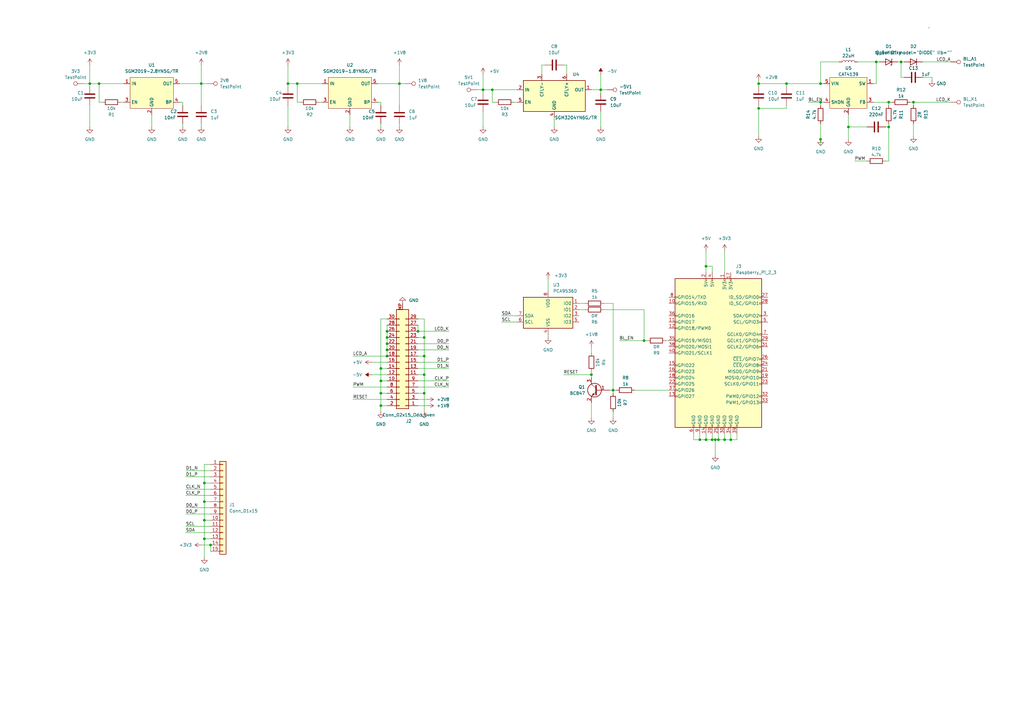
<source format=kicad_sch>
(kicad_sch (version 20230121) (generator eeschema)
  (paper "A3")
  (lib_symbols
    (symbol "Connector:Raspberry_Pi_2_3" (pin_names (offset 1.016))
      (property "Reference" "J" (at -17.78 31.75 0))
      (property "Value" "Raspberry_Pi_2_3" (at 10.16 -31.75 0))
      (symbol "Raspberry_Pi_2_3_1_1"
        (pin power_in line (at 2.54 33.02 270) (length 2.54) (name "3V3") (number "1"))
        (pin bidirectional line (at -20.32 20.32 0) (length 2.54) (name "GPIO15/RXD") (number "10"))
        (pin bidirectional line (at -20.32 12.7 0) (length 2.54) (name "GPIO17") (number "11"))
        (pin bidirectional line (at -20.32 10.16 0) (length 2.54) (name "GPIO18/PWM0") (number "12"))
        (pin bidirectional line (at -20.32 -17.78 0) (length 2.54) (name "GPIO27") (number "13"))
        (pin power_in line (at -5.08 -33.02 90) (length 2.54) (name "GND") (number "14"))
        (pin bidirectional line (at -20.32 -5.08 0) (length 2.54) (name "GPIO22") (number "15"))
        (pin bidirectional line (at -20.32 -7.62 0) (length 2.54) (name "GPIO23") (number "16"))
        (pin power_in line (at 5.08 33.02 270) (length 2.54) (name "3V3") (number "17"))
        (pin bidirectional line (at -20.32 -10.16 0) (length 2.54) (name "GPIO24") (number "18"))
        (pin bidirectional line (at 20.32 -10.16 180) (length 2.54) (name "MOSI0/GPIO10") (number "19"))
        (pin power_in line (at -5.08 33.02 270) (length 2.54) (name "5V") (number "2"))
        (pin power_in line (at -2.54 -33.02 90) (length 2.54) (name "GND") (number "20"))
        (pin bidirectional line (at 20.32 -7.62 180) (length 2.54) (name "MISO0/GPIO9") (number "21"))
        (pin bidirectional line (at -20.32 -12.7 0) (length 2.54) (name "GPIO25") (number "22"))
        (pin bidirectional line (at 20.32 -12.7 180) (length 2.54) (name "SCLK0/GPIO11") (number "23"))
        (pin bidirectional line (at 20.32 -5.08 180) (length 2.54) (name "~{CE0}/GPIO8") (number "24"))
        (pin power_in line (at 0 -33.02 90) (length 2.54) (name "GND") (number "25"))
        (pin bidirectional line (at 20.32 -2.54 180) (length 2.54) (name "~{CE1}/GPIO7") (number "26"))
        (pin bidirectional line (at 20.32 22.86 180) (length 2.54) (name "ID_SD/GPIO0") (number "27"))
        (pin bidirectional line (at 20.32 20.32 180) (length 2.54) (name "ID_SC/GPIO1") (number "28"))
        (pin bidirectional line (at 20.32 5.08 180) (length 2.54) (name "GCLK1/GPIO5") (number "29"))
        (pin bidirectional line (at 20.32 15.24 180) (length 2.54) (name "SDA/GPIO2") (number "3"))
        (pin power_in line (at 2.54 -33.02 90) (length 2.54) (name "GND") (number "30"))
        (pin bidirectional line (at 20.32 2.54 180) (length 2.54) (name "GCLK2/GPIO6") (number "31"))
        (pin bidirectional line (at 20.32 -17.78 180) (length 2.54) (name "PWM0/GPIO12") (number "32"))
        (pin bidirectional line (at 20.32 -20.32 180) (length 2.54) (name "PWM1/GPIO13") (number "33"))
        (pin power_in line (at 5.08 -33.02 90) (length 2.54) (name "GND") (number "34"))
        (pin bidirectional line (at -20.32 5.08 0) (length 2.54) (name "GPIO19/MISO1") (number "35"))
        (pin bidirectional line (at -20.32 15.24 0) (length 2.54) (name "GPIO16") (number "36"))
        (pin bidirectional line (at -20.32 -15.24 0) (length 2.54) (name "GPIO26") (number "37"))
        (pin bidirectional line (at -20.32 2.54 0) (length 2.54) (name "GPIO20/MOSI1") (number "38"))
        (pin power_in line (at 7.62 -33.02 90) (length 2.54) (name "GND") (number "39"))
        (pin power_in line (at -2.54 33.02 270) (length 2.54) (name "5V") (number "4"))
        (pin bidirectional line (at -20.32 0 0) (length 2.54) (name "GPIO21/SCLK1") (number "40"))
        (pin bidirectional line (at 20.32 12.7 180) (length 2.54) (name "SCL/GPIO3") (number "5"))
        (pin power_in line (at -10.16 -33.02 90) (length 2.54) (name "GND") (number "6"))
        (pin bidirectional line (at 20.32 7.62 180) (length 2.54) (name "GCLK0/GPIO4") (number "7"))
        (pin bidirectional line (at -20.32 22.86 0) (length 2.54) (name "GPIO14/TXD") (number "8"))
        (pin power_in line (at -7.62 -33.02 90) (length 2.54) (name "GND") (number "9"))
      )
    )
    (symbol "Connector:TestPoint" (pin_numbers hide) (pin_names (offset 0.762) hide)
      (property "Reference" "TP" (at 0 6.858 0))
      (property "Value" "TestPoint" (at 0 5.08 0))
      (symbol "TestPoint_1_1"
        (pin passive line (at 0 0 90) (length 2.54) (name "1") (number "1"))
      )
    )
    (symbol "Connector_Generic:Conn_01x15" (pin_names (offset 1.016) hide)
      (property "Reference" "J" (at 0 20.32 0))
      (property "Value" "Conn_01x15" (at 0 -20.32 0))
      (symbol "Conn_01x15_1_1"
        (pin passive line (at -5.08 17.78 0) (length 3.81) (name "Pin_1") (number "1"))
        (pin passive line (at -5.08 -5.08 0) (length 3.81) (name "Pin_10") (number "10"))
        (pin passive line (at -5.08 -7.62 0) (length 3.81) (name "Pin_11") (number "11"))
        (pin passive line (at -5.08 -10.16 0) (length 3.81) (name "Pin_12") (number "12"))
        (pin passive line (at -5.08 -12.7 0) (length 3.81) (name "Pin_13") (number "13"))
        (pin passive line (at -5.08 -15.24 0) (length 3.81) (name "Pin_14") (number "14"))
        (pin passive line (at -5.08 -17.78 0) (length 3.81) (name "Pin_15") (number "15"))
        (pin passive line (at -5.08 15.24 0) (length 3.81) (name "Pin_2") (number "2"))
        (pin passive line (at -5.08 12.7 0) (length 3.81) (name "Pin_3") (number "3"))
        (pin passive line (at -5.08 10.16 0) (length 3.81) (name "Pin_4") (number "4"))
        (pin passive line (at -5.08 7.62 0) (length 3.81) (name "Pin_5") (number "5"))
        (pin passive line (at -5.08 5.08 0) (length 3.81) (name "Pin_6") (number "6"))
        (pin passive line (at -5.08 2.54 0) (length 3.81) (name "Pin_7") (number "7"))
        (pin passive line (at -5.08 0 0) (length 3.81) (name "Pin_8") (number "8"))
        (pin passive line (at -5.08 -2.54 0) (length 3.81) (name "Pin_9") (number "9"))
      )
    )
    (symbol "Connector_Generic:Conn_02x15_Odd_Even" (pin_names (offset 1.016) hide)
      (property "Reference" "J2" (at -1.27 24.13 0))
      (property "Value" "Conn_02x15_Odd_Even" (at -1.27 21.59 0))
      (symbol "Conn_02x15_Odd_Even_1_1"
        (pin passive line (at -5.08 17.78 0) (length 3.81) (name "Pin_1") (number "1"))
        (pin passive line (at 7.62 7.62 180) (length 3.81) (name "Pin_10") (number "10"))
        (pin passive line (at -5.08 5.08 0) (length 3.81) (name "Pin_11") (number "11"))
        (pin passive line (at 7.62 5.08 180) (length 3.81) (name "Pin_12") (number "12"))
        (pin passive line (at -5.08 2.54 0) (length 3.81) (name "Pin_13") (number "13"))
        (pin passive line (at 7.62 2.54 180) (length 3.81) (name "Pin_14") (number "14"))
        (pin passive line (at -5.08 0 0) (length 3.81) (name "Pin_15") (number "15"))
        (pin passive line (at 7.62 0 180) (length 3.81) (name "Pin_16") (number "16"))
        (pin passive line (at -5.08 -2.54 0) (length 3.81) (name "Pin_17") (number "17"))
        (pin passive line (at 7.62 -2.54 180) (length 3.81) (name "Pin_18") (number "18"))
        (pin passive line (at -5.08 -5.08 0) (length 3.81) (name "Pin_19") (number "19"))
        (pin passive line (at 7.62 17.78 180) (length 3.81) (name "Pin_2") (number "2"))
        (pin passive line (at 7.62 -5.08 180) (length 3.81) (name "Pin_20") (number "20"))
        (pin passive line (at -5.08 -7.62 0) (length 3.81) (name "Pin_21") (number "21"))
        (pin passive line (at 7.62 -7.62 180) (length 3.81) (name "Pin_22") (number "22"))
        (pin passive line (at -5.08 -10.16 0) (length 3.81) (name "Pin_23") (number "23"))
        (pin passive line (at 7.62 -10.16 180) (length 3.81) (name "Pin_24") (number "24"))
        (pin passive line (at -5.08 -12.7 0) (length 3.81) (name "Pin_25") (number "25"))
        (pin passive line (at 7.62 -12.7 180) (length 3.81) (name "Pin_26") (number "26"))
        (pin passive line (at -5.08 -15.24 0) (length 3.81) (name "Pin_27") (number "27"))
        (pin passive line (at 7.62 -15.24 180) (length 3.81) (name "Pin_28") (number "28"))
        (pin passive line (at -5.08 -17.78 0) (length 3.81) (name "Pin_29") (number "29"))
        (pin passive line (at -5.08 15.24 0) (length 3.81) (name "Pin_3") (number "3"))
        (pin passive line (at 7.62 -17.78 180) (length 3.81) (name "Pin_30") (number "30"))
        (pin passive line (at 7.62 15.24 180) (length 3.81) (name "Pin_4") (number "4"))
        (pin passive line (at -5.08 12.7 0) (length 3.81) (name "Pin_5") (number "5"))
        (pin passive line (at 7.62 12.7 180) (length 3.81) (name "Pin_6") (number "6"))
        (pin passive line (at -5.08 10.16 0) (length 3.81) (name "Pin_7") (number "7"))
        (pin passive line (at 7.62 10.16 180) (length 3.81) (name "Pin_8") (number "8"))
        (pin passive line (at -5.08 7.62 0) (length 3.81) (name "Pin_9") (number "9"))
        (pin input line (at 1.27 -24.13 90) (length 2.54) (name "MP") (number "MP"))
      )
    )
    (symbol "Device:C" (pin_numbers hide) (pin_names (offset 0.254))
      (property "Reference" "C" (at 0.635 2.54 0))
      (property "Value" "C" (at 0.635 -2.54 0))
      (symbol "C_1_1"
        (pin passive line (at 0 3.81 270) (length 2.794) (name "~") (number "1"))
        (pin passive line (at 0 -3.81 90) (length 2.794) (name "~") (number "2"))
      )
    )
    (symbol "Device:D_Zener" (pin_numbers hide) (pin_names (offset 1.016) hide)
      (property "Reference" "D" (at 0 2.54 0))
      (property "Value" "D_Zener" (at 0 -2.54 0))
      (symbol "D_Zener_1_1"
        (pin passive line (at -3.81 0 0) (length 2.54) (name "K") (number "1"))
        (pin passive line (at 3.81 0 180) (length 2.54) (name "A") (number "2"))
      )
    )
    (symbol "Device:L" (pin_numbers hide) (pin_names (offset 1.016) hide)
      (property "Reference" "L" (at -1.27 0 90))
      (property "Value" "L" (at 1.905 0 90))
      (symbol "L_1_1"
        (pin passive line (at 0 3.81 270) (length 1.27) (name "1") (number "1"))
        (pin passive line (at 0 -3.81 90) (length 1.27) (name "2") (number "2"))
      )
    )
    (symbol "Device:R" (pin_numbers hide) (pin_names (offset 0))
      (property "Reference" "R" (at 2.032 0 90))
      (property "Value" "R" (at 0 0 90))
      (symbol "R_1_1"
        (pin passive line (at 0 3.81 270) (length 1.27) (name "~") (number "1"))
        (pin passive line (at 0 -3.81 90) (length 1.27) (name "~") (number "2"))
      )
    )
    (symbol "Interface_Expansion:PCA9536D"
      (property "Reference" "U" (at -8.89 6.35 0))
      (property "Value" "PCA9536D" (at 6.35 6.35 0))
      (symbol "PCA9536D_1_1"
        (pin bidirectional line (at 12.7 2.54 180) (length 2.54) (name "IO0") (number "1"))
        (pin bidirectional line (at 12.7 0 180) (length 2.54) (name "IO1") (number "2"))
        (pin bidirectional line (at 12.7 -2.54 180) (length 2.54) (name "IO2") (number "3"))
        (pin power_in line (at 0 -10.16 90) (length 2.54) (name "VSS") (number "4"))
        (pin bidirectional line (at 12.7 -5.08 180) (length 2.54) (name "IO3") (number "5"))
        (pin input line (at -12.7 -5.08 0) (length 2.54) (name "SCL") (number "6"))
        (pin bidirectional line (at -12.7 -2.54 0) (length 2.54) (name "SDA") (number "7"))
        (pin power_in line (at 0 7.62 270) (length 2.54) (name "VDD") (number "8"))
      )
    )
    (symbol "Simulation_SPICE:DIODE" (pin_numbers hide) (pin_names (offset 1.016) hide)
      (property "Reference" "D" (at 0 2.54 0))
      (property "Value" "DIODE" (at 0 -2.54 0))
      (symbol "DIODE_1_1"
        (pin passive line (at -3.81 0 0) (length 2.54) (name "A") (number "1"))
        (pin passive line (at 3.81 0 180) (length 2.54) (name "K") (number "2"))
      )
    )
    (symbol "Transistor_BJT:BC847" (pin_names (offset 0) hide)
      (property "Reference" "Q" (at 5.08 1.905 0))
      (property "Value" "BC847" (at 5.08 0 0))
      (symbol "BC847_1_1"
        (pin input line (at -5.08 0 0) (length 5.715) (name "B") (number "1"))
        (pin passive line (at 2.54 -5.08 90) (length 2.54) (name "E") (number "2"))
        (pin passive line (at 2.54 5.08 270) (length 2.54) (name "C") (number "3"))
      )
    )
    (symbol "power:+1V8" (power) (pin_names (offset 0))
      (property "Value" "+1V8" (at 0 3.556 0))
      (symbol "+1V8_1_1"
        (pin power_in line (at 0 0 90) (length 0) hide (name "+1V8") (number "1"))
      )
    )
    (symbol "power:+2V8" (power) (pin_names (offset 0))
      (property "Value" "+2V8" (at 0 3.556 0))
      (symbol "+2V8_1_1"
        (pin power_in line (at 0 0 90) (length 0) hide (name "+2V8") (number "1"))
      )
    )
    (symbol "power:+3.3V" (power) (pin_names (offset 0))
      (property "Value" "+3.3V" (at 0 3.556 0))
      (symbol "+3.3V_1_1"
        (pin power_in line (at 0 0 90) (length 0) hide (name "+3V3") (number "1"))
      )
    )
    (symbol "power:+3V3" (power) (pin_names (offset 0))
      (property "Value" "+3V3" (at 0 3.556 0))
      (symbol "+3V3_1_1"
        (pin power_in line (at 0 0 90) (length 0) hide (name "+3V3") (number "1"))
      )
    )
    (symbol "power:+5V" (power) (pin_names (offset 0))
      (property "Value" "+5V" (at 0 3.556 0))
      (symbol "+5V_1_1"
        (pin power_in line (at 0 0 90) (length 0) hide (name "+5V") (number "1"))
      )
    )
    (symbol "power:-5V" (power) (pin_names (offset 0))
      (property "Value" "-5V" (at 0 3.81 0))
      (symbol "-5V_0_0"
        (pin power_in line (at 0 0 90) (length 0) hide (name "-5V") (number "1"))
      )
    )
    (symbol "power:GND" (power) (pin_names (offset 0))
      (property "Value" "GND" (at 0 -3.81 0))
      (symbol "GND_1_1"
        (pin power_in line (at 0 0 270) (length 0) hide (name "GND") (number "1"))
      )
    )
    (symbol "sft:CAT4139"
      (property "Reference" "U" (at 0 0 0))
      (property "Value" "CAT4139" (at 0 -2.54 0))
      (symbol "CAT4139_1_1"
        (pin input line (at 10.16 -6.35 180) (length 2.54) (name "SW") (number "1"))
        (pin input line (at 0 -19.05 90) (length 2.54) (name "GND") (number "2"))
        (pin input line (at 10.16 -13.97 180) (length 2.54) (name "FB") (number "3"))
        (pin input line (at -10.16 -13.97 0) (length 2.54) (name "SHDN") (number "4"))
        (pin input line (at -10.16 -6.35 0) (length 2.54) (name "VIN") (number "5"))
      )
    )
    (symbol "sft:SGM2019"
      (property "Reference" "U" (at 0 2.54 0))
      (property "Value" "SGM2019" (at 1.27 0 0))
      (symbol "SGM2019_1_1"
        (pin input line (at -10.16 -3.81 0) (length 2.54) (name "IN") (number "1"))
        (pin input line (at 1.27 -16.51 90) (length 2.54) (name "GND") (number "2"))
        (pin input line (at -10.16 -11.43 0) (length 2.54) (name "EN") (number "3"))
        (pin input line (at 12.7 -11.43 180) (length 2.54) (name "BP") (number "4"))
        (pin input line (at 12.7 -3.81 180) (length 2.54) (name "OUT") (number "5"))
      )
    )
    (symbol "sft:SGM3204"
      (property "Reference" "U" (at -12.7 -7.62 0))
      (property "Value" "SGM3204" (at 12.7 -7.62 0))
      (symbol "SGM3204_0_0"
        (pin power_out line (at 15.24 2.54 180) (length 2.54) (name "OUT") (number "1"))
        (pin power_in line (at -15.24 2.54 0) (length 2.54) (name "IN") (number "2"))
        (pin bidirectional line (at -5.08 8.89 270) (length 2.54) (name "CFLY-") (number "3"))
        (pin power_in line (at 0 -8.89 90) (length 2.54) (name "GND") (number "4"))
        (pin input line (at -15.24 -2.54 0) (length 2.54) (name "EN") (number "5"))
        (pin bidirectional line (at 5.08 8.89 270) (length 2.54) (name "CFLY+") (number "6"))
      )
    )
  )
  (junction (at 294.64 180.34))
  (junction (at 158.75 135.89))
  (junction (at 322.58 34.29))
  (junction (at 86.36 223.52))
  (junction (at 173.99 153.67))
  (junction (at 198.12 36.83))
  (junction (at 121.92 34.29))
  (junction (at 156.21 151.13))
  (junction (at 171.45 135.89))
  (junction (at 246.38 36.83))
  (junction (at 287.02 180.34))
  (junction (at 156.21 166.37))
  (junction (at 374.65 41.91))
  (junction (at 336.55 41.91))
  (junction (at 158.75 140.97))
  (junction (at 156.21 161.29))
  (junction (at 292.1 180.34))
  (junction (at 347.98 52.07))
  (junction (at 364.49 52.07))
  (junction (at 264.16 139.7))
  (junction (at 336.55 57.15))
  (junction (at 173.99 138.43))
  (junction (at 36.83 34.29))
  (junction (at 40.64 34.29))
  (junction (at 82.55 34.29))
  (junction (at 158.75 143.51))
  (junction (at 83.82 220.98))
  (junction (at 173.99 161.29))
  (junction (at 163.83 34.29))
  (junction (at 201.93 36.83))
  (junction (at 173.99 146.05))
  (junction (at 311.15 44.45))
  (junction (at 156.21 156.21))
  (junction (at 289.56 180.34))
  (junction (at 242.57 153.67))
  (junction (at 118.11 34.29))
  (junction (at 293.37 180.34))
  (junction (at 369.57 25.4))
  (junction (at 83.82 213.36))
  (junction (at 297.18 180.34))
  (junction (at 158.75 146.05))
  (junction (at 336.55 34.29))
  (junction (at 83.82 198.12))
  (junction (at 158.75 138.43))
  (junction (at 311.15 34.29))
  (junction (at 299.72 180.34))
  (junction (at 83.82 205.74))
  (junction (at 364.49 41.91))
  (junction (at 251.46 160.02))
  (junction (at 359.41 25.4))
  (junction (at 289.56 109.22))
  (wire (pts (xy 289.56 102.87) (xy 289.56 109.22)))
  (wire (pts (xy 251.46 160.02) (xy 252.73 160.02)))
  (wire (pts (xy 83.82 198.12) (xy 86.36 198.12)))
  (wire (pts (xy 264.16 139.7) (xy 265.43 139.7)))
  (wire (pts (xy 212.09 36.83) (xy 201.93 36.83)))
  (wire (pts (xy 132.08 34.29) (xy 121.92 34.29)))
  (wire (pts (xy 40.64 41.91) (xy 41.91 41.91)))
  (wire (pts (xy 242.57 165.1) (xy 242.57 171.45)))
  (wire (pts (xy 171.45 148.59) (xy 184.15 148.59)))
  (wire (pts (xy 232.41 26.67) (xy 232.41 30.48)))
  (wire (pts (xy 156.21 130.81) (xy 156.21 151.13)))
  (wire (pts (xy 336.55 41.91) (xy 337.82 41.91)))
  (wire (pts (xy 156.21 161.29) (xy 158.75 161.29)))
  (wire (pts (xy 251.46 160.02) (xy 251.46 161.29)))
  (wire (pts (xy 364.49 52.07) (xy 364.49 66.04)))
  (wire (pts (xy 246.38 38.1) (xy 246.38 36.83)))
  (wire (pts (xy 171.45 130.81) (xy 173.99 130.81)))
  (wire (pts (xy 173.99 153.67) (xy 173.99 161.29)))
  (wire (pts (xy 82.55 34.29) (xy 82.55 43.18)))
  (wire (pts (xy 154.94 34.29) (xy 163.83 34.29)))
  (wire (pts (xy 76.2 203.2) (xy 86.36 203.2)))
  (wire (pts (xy 158.75 148.59) (xy 152.4 148.59)))
  (wire (pts (xy 118.11 34.29) (xy 118.11 35.56)))
  (wire (pts (xy 198.12 36.83) (xy 198.12 38.1)))
  (wire (pts (xy 158.75 135.89) (xy 158.75 138.43)))
  (wire (pts (xy 287.02 177.8) (xy 287.02 180.34)))
  (wire (pts (xy 322.58 34.29) (xy 336.55 34.29)))
  (wire (pts (xy 344.17 25.4) (xy 336.55 25.4)))
  (wire (pts (xy 171.45 138.43) (xy 173.99 138.43)))
  (wire (pts (xy 144.78 163.83) (xy 158.75 163.83)))
  (wire (pts (xy 374.65 43.18) (xy 374.65 41.91)))
  (wire (pts (xy 158.75 166.37) (xy 156.21 166.37)))
  (wire (pts (xy 173.99 161.29) (xy 173.99 168.91)))
  (wire (pts (xy 284.48 180.34) (xy 287.02 180.34)))
  (wire (pts (xy 171.45 143.51) (xy 184.15 143.51)))
  (wire (pts (xy 76.2 215.9) (xy 86.36 215.9)))
  (wire (pts (xy 156.21 151.13) (xy 158.75 151.13)))
  (wire (pts (xy 364.49 41.91) (xy 365.76 41.91)))
  (wire (pts (xy 156.21 156.21) (xy 156.21 161.29)))
  (wire (pts (xy 311.15 34.29) (xy 322.58 34.29)))
  (wire (pts (xy 364.49 66.04) (xy 363.22 66.04)))
  (wire (pts (xy 171.45 153.67) (xy 173.99 153.67)))
  (wire (pts (xy 336.55 50.8) (xy 336.55 57.15)))
  (wire (pts (xy 293.37 180.34) (xy 294.64 180.34)))
  (wire (pts (xy 156.21 156.21) (xy 158.75 156.21)))
  (wire (pts (xy 242.57 153.67) (xy 242.57 154.94)))
  (wire (pts (xy 36.83 26.67) (xy 36.83 34.29)))
  (wire (pts (xy 369.57 31.75) (xy 370.84 31.75)))
  (wire (pts (xy 156.21 166.37) (xy 156.21 168.91)))
  (wire (pts (xy 358.14 41.91) (xy 364.49 41.91)))
  (wire (pts (xy 254 139.7) (xy 264.16 139.7)))
  (wire (pts (xy 311.15 33.02) (xy 311.15 34.29)))
  (wire (pts (xy 158.75 143.51) (xy 158.75 146.05)))
  (wire (pts (xy 224.79 114.3) (xy 224.79 119.38)))
  (wire (pts (xy 311.15 44.45) (xy 311.15 55.88)))
  (wire (pts (xy 83.82 220.98) (xy 83.82 228.6)))
  (wire (pts (xy 82.55 26.67) (xy 82.55 34.29)))
  (wire (pts (xy 201.93 41.91) (xy 201.93 36.83)))
  (wire (pts (xy 156.21 50.8) (xy 156.21 52.07)))
  (wire (pts (xy 287.02 180.34) (xy 289.56 180.34)))
  (wire (pts (xy 292.1 177.8) (xy 292.1 180.34)))
  (wire (pts (xy 163.83 50.8) (xy 163.83 52.07)))
  (wire (pts (xy 311.15 44.45) (xy 322.58 44.45)))
  (wire (pts (xy 205.74 129.54) (xy 212.09 129.54)))
  (wire (pts (xy 311.15 35.56) (xy 311.15 34.29)))
  (wire (pts (xy 121.92 41.91) (xy 123.19 41.91)))
  (wire (pts (xy 368.3 25.4) (xy 369.57 25.4)))
  (wire (pts (xy 76.2 193.04) (xy 86.36 193.04)))
  (wire (pts (xy 74.93 43.18) (xy 74.93 41.91)))
  (wire (pts (xy 374.65 50.8) (xy 374.65 55.88)))
  (wire (pts (xy 36.83 34.29) (xy 40.64 34.29)))
  (wire (pts (xy 195.58 36.83) (xy 198.12 36.83)))
  (wire (pts (xy 302.26 177.8) (xy 302.26 180.34)))
  (wire (pts (xy 173.99 130.81) (xy 173.99 138.43)))
  (wire (pts (xy 36.83 34.29) (xy 36.83 35.56)))
  (wire (pts (xy 121.92 34.29) (xy 121.92 41.91)))
  (wire (pts (xy 76.2 208.28) (xy 86.36 208.28)))
  (wire (pts (xy 156.21 43.18) (xy 156.21 41.91)))
  (wire (pts (xy 152.4 153.67) (xy 158.75 153.67)))
  (wire (pts (xy 350.52 66.04) (xy 355.6 66.04)))
  (wire (pts (xy 86.36 223.52) (xy 86.36 226.06)))
  (wire (pts (xy 374.65 41.91) (xy 389.89 41.91)))
  (wire (pts (xy 351.79 25.4) (xy 359.41 25.4)))
  (wire (pts (xy 171.45 156.21) (xy 184.15 156.21)))
  (wire (pts (xy 130.81 41.91) (xy 132.08 41.91)))
  (wire (pts (xy 173.99 138.43) (xy 173.99 146.05)))
  (wire (pts (xy 369.57 25.4) (xy 369.57 31.75)))
  (wire (pts (xy 242.57 142.24) (xy 242.57 144.78)))
  (wire (pts (xy 247.65 127) (xy 264.16 127)))
  (wire (pts (xy 359.41 34.29) (xy 359.41 25.4)))
  (wire (pts (xy 163.83 26.67) (xy 163.83 34.29)))
  (wire (pts (xy 297.18 180.34) (xy 299.72 180.34)))
  (wire (pts (xy 144.78 158.75) (xy 158.75 158.75)))
  (wire (pts (xy 311.15 43.18) (xy 311.15 44.45)))
  (wire (pts (xy 378.46 25.4) (xy 389.89 25.4)))
  (wire (pts (xy 292.1 111.76) (xy 292.1 109.22)))
  (wire (pts (xy 237.49 124.46) (xy 240.03 124.46)))
  (wire (pts (xy 198.12 45.72) (xy 198.12 52.07)))
  (wire (pts (xy 264.16 127) (xy 264.16 139.7)))
  (wire (pts (xy 364.49 52.07) (xy 363.22 52.07)))
  (wire (pts (xy 322.58 35.56) (xy 322.58 34.29)))
  (wire (pts (xy 156.21 161.29) (xy 156.21 166.37)))
  (wire (pts (xy 50.8 34.29) (xy 40.64 34.29)))
  (wire (pts (xy 297.18 177.8) (xy 297.18 180.34)))
  (wire (pts (xy 251.46 124.46) (xy 251.46 160.02)))
  (wire (pts (xy 171.45 151.13) (xy 184.15 151.13)))
  (wire (pts (xy 336.55 57.15) (xy 336.55 59.69)))
  (wire (pts (xy 289.56 109.22) (xy 292.1 109.22)))
  (wire (pts (xy 82.55 34.29) (xy 85.09 34.29)))
  (wire (pts (xy 273.05 139.7) (xy 274.32 139.7)))
  (wire (pts (xy 382.27 31.75) (xy 382.27 33.02)))
  (wire (pts (xy 74.93 50.8) (xy 74.93 52.07)))
  (wire (pts (xy 205.74 132.08) (xy 212.09 132.08)))
  (wire (pts (xy 154.94 41.91) (xy 156.21 41.91)))
  (wire (pts (xy 242.57 152.4) (xy 242.57 153.67)))
  (wire (pts (xy 222.25 26.67) (xy 222.25 30.48)))
  (wire (pts (xy 246.38 45.72) (xy 246.38 52.07)))
  (wire (pts (xy 83.82 190.5) (xy 83.82 198.12)))
  (wire (pts (xy 242.57 36.83) (xy 246.38 36.83)))
  (wire (pts (xy 62.23 46.99) (xy 62.23 52.07)))
  (wire (pts (xy 359.41 25.4) (xy 360.68 25.4)))
  (wire (pts (xy 86.36 190.5) (xy 83.82 190.5)))
  (wire (pts (xy 171.45 146.05) (xy 173.99 146.05)))
  (wire (pts (xy 347.98 46.99) (xy 347.98 52.07)))
  (wire (pts (xy 173.99 146.05) (xy 173.99 153.67)))
  (wire (pts (xy 294.64 180.34) (xy 297.18 180.34)))
  (wire (pts (xy 247.65 124.46) (xy 251.46 124.46)))
  (wire (pts (xy 40.64 34.29) (xy 40.64 41.91)))
  (wire (pts (xy 289.56 109.22) (xy 289.56 111.76)))
  (wire (pts (xy 156.21 151.13) (xy 156.21 156.21)))
  (wire (pts (xy 118.11 34.29) (xy 121.92 34.29)))
  (wire (pts (xy 322.58 43.18) (xy 322.58 44.45)))
  (wire (pts (xy 76.2 200.66) (xy 86.36 200.66)))
  (wire (pts (xy 224.79 137.16) (xy 224.79 138.43)))
  (wire (pts (xy 293.37 180.34) (xy 293.37 186.69)))
  (wire (pts (xy 76.2 218.44) (xy 86.36 218.44)))
  (wire (pts (xy 246.38 30.48) (xy 246.38 36.83)))
  (wire (pts (xy 289.56 177.8) (xy 289.56 180.34)))
  (wire (pts (xy 294.64 177.8) (xy 294.64 180.34)))
  (wire (pts (xy 336.55 41.91) (xy 336.55 43.18)))
  (wire (pts (xy 158.75 133.35) (xy 158.75 135.89)))
  (wire (pts (xy 118.11 43.18) (xy 118.11 52.07)))
  (wire (pts (xy 347.98 52.07) (xy 347.98 57.15)))
  (wire (pts (xy 158.75 138.43) (xy 158.75 140.97)))
  (wire (pts (xy 83.82 213.36) (xy 83.82 220.98)))
  (wire (pts (xy 73.66 41.91) (xy 74.93 41.91)))
  (wire (pts (xy 83.82 205.74) (xy 86.36 205.74)))
  (wire (pts (xy 336.55 25.4) (xy 336.55 34.29)))
  (wire (pts (xy 364.49 41.91) (xy 364.49 43.18)))
  (wire (pts (xy 198.12 30.48) (xy 198.12 36.83)))
  (wire (pts (xy 284.48 177.8) (xy 284.48 180.34)))
  (wire (pts (xy 76.2 210.82) (xy 86.36 210.82)))
  (wire (pts (xy 171.45 158.75) (xy 184.15 158.75)))
  (wire (pts (xy 237.49 127) (xy 240.03 127)))
  (wire (pts (xy 378.46 31.75) (xy 382.27 31.75)))
  (wire (pts (xy 347.98 52.07) (xy 355.6 52.07)))
  (wire (pts (xy 143.51 46.99) (xy 143.51 52.07)))
  (wire (pts (xy 358.14 34.29) (xy 359.41 34.29)))
  (wire (pts (xy 158.75 140.97) (xy 158.75 143.51)))
  (wire (pts (xy 223.52 26.67) (xy 222.25 26.67)))
  (wire (pts (xy 76.2 195.58) (xy 86.36 195.58)))
  (wire (pts (xy 171.45 135.89) (xy 184.15 135.89)))
  (wire (pts (xy 163.83 34.29) (xy 163.83 43.18)))
  (wire (pts (xy 364.49 50.8) (xy 364.49 52.07)))
  (wire (pts (xy 171.45 133.35) (xy 171.45 135.89)))
  (wire (pts (xy 289.56 180.34) (xy 292.1 180.34)))
  (wire (pts (xy 82.55 223.52) (xy 86.36 223.52)))
  (wire (pts (xy 83.82 220.98) (xy 86.36 220.98)))
  (wire (pts (xy 171.45 166.37) (xy 175.26 166.37)))
  (wire (pts (xy 336.55 34.29) (xy 337.82 34.29)))
  (wire (pts (xy 369.57 25.4) (xy 370.84 25.4)))
  (wire (pts (xy 158.75 130.81) (xy 156.21 130.81)))
  (wire (pts (xy 251.46 168.91) (xy 251.46 171.45)))
  (wire (pts (xy 82.55 50.8) (xy 82.55 52.07)))
  (wire (pts (xy 250.19 160.02) (xy 251.46 160.02)))
  (wire (pts (xy 73.66 34.29) (xy 82.55 34.29)))
  (wire (pts (xy 231.14 153.67) (xy 242.57 153.67)))
  (wire (pts (xy 171.45 163.83) (xy 175.26 163.83)))
  (wire (pts (xy 331.47 41.91) (xy 336.55 41.91)))
  (wire (pts (xy 203.2 41.91) (xy 201.93 41.91)))
  (wire (pts (xy 49.53 41.91) (xy 50.8 41.91)))
  (wire (pts (xy 83.82 213.36) (xy 86.36 213.36)))
  (wire (pts (xy 297.18 102.87) (xy 297.18 111.76)))
  (wire (pts (xy 201.93 36.83) (xy 198.12 36.83)))
  (wire (pts (xy 163.83 34.29) (xy 166.37 34.29)))
  (wire (pts (xy 227.33 48.26) (xy 227.33 52.07)))
  (wire (pts (xy 231.14 26.67) (xy 232.41 26.67)))
  (wire (pts (xy 299.72 180.34) (xy 302.26 180.34)))
  (wire (pts (xy 83.82 205.74) (xy 83.82 213.36)))
  (wire (pts (xy 144.78 146.05) (xy 158.75 146.05)))
  (wire (pts (xy 83.82 198.12) (xy 83.82 205.74)))
  (wire (pts (xy 118.11 26.67) (xy 118.11 34.29)))
  (wire (pts (xy 210.82 41.91) (xy 212.09 41.91)))
  (wire (pts (xy 299.72 177.8) (xy 299.72 180.34)))
  (wire (pts (xy 171.45 161.29) (xy 173.99 161.29)))
  (wire (pts (xy 34.29 34.29) (xy 36.83 34.29)))
  (wire (pts (xy 292.1 180.34) (xy 293.37 180.34)))
  (wire (pts (xy 246.38 36.83) (xy 248.92 36.83)))
  (wire (pts (xy 36.83 43.18) (xy 36.83 52.07)))
  (wire (pts (xy 260.35 160.02) (xy 274.32 160.02)))
  (wire (pts (xy 373.38 41.91) (xy 374.65 41.91)))
  (wire (pts (xy 171.45 140.97) (xy 184.15 140.97)))
  (label "CLK_N" (at 184.15 158.75 180))
  (label "CLK_P" (at 76.2 203.2 0))
  (label "PWM" (at 350.52 66.04 0))
  (label "D0_N" (at 76.2 208.28 0))
  (label "RESET" (at 231.14 153.67 0))
  (label "SCL" (at 76.2 215.9 0))
  (label "LCD_K" (at 184.15 135.89 180))
  (label "SDA" (at 76.2 218.44 0))
  (label "RESET" (at 144.78 163.83 0))
  (label "D1_N" (at 184.15 151.13 180))
  (label "SDA" (at 205.74 129.54 0))
  (label "LCD_K" (at 389.89 41.91 180))
  (label "D0_P" (at 184.15 140.97 180))
  (label "SCL" (at 205.74 132.08 0))
  (label "BL_EN" (at 254 139.7 0))
  (label "D0_P" (at 76.2 210.82 0))
  (label "D0_N" (at 184.15 143.51 180))
  (label "CLK_P" (at 184.15 156.21 180))
  (label "D1_N" (at 76.2 193.04 0))
  (label "PWM" (at 144.78 158.75 0))
  (label "LCD_A" (at 144.78 146.05 0))
  (label "D1_P" (at 184.15 148.59 180))
  (label "CLK_N" (at 76.2 200.66 0))
  (label "BL_EN" (at 331.47 41.91 0))
  (label "D1_P" (at 76.2 195.58 0))
  (label "LCD_A" (at 389.89 25.4 180))
  (symbol (lib_id "Connector:Raspberry_Pi_2_3") (at 294.64 144.78 0) (unit 1)
    (property "Reference" "J3" (at 301.7394 109.22 0) (effects (justify left)))
    (property "Value" "Raspberry_Pi_2_3" (at 301.7394 111.76 0) (effects (justify left)))
    (property "Footprint" "Connector_PinHeader_2.54mm:PinHeader_2x20_P2.54mm_Vertical" (effects hide))
    (property "Datasheet" "https://www.raspberrypi.org/documentation/hardware/raspberrypi/schematics/rpi_SCH_3bplus_1p0_reduced.pdf" (effects hide))
  )
  (symbol (lib_id "power:GND") (at 242.57 171.45 0) (unit 1)
    (property "Reference" "#PWR0116" (effects hide))
    (property "Value" "GND" (at 242.57 176.53 0))
  )
  (symbol (lib_id "Device:C") (at 246.38 41.91 0) (unit 1)
    (property "Reference" "C9" (at 250.19 40.6399 0) (effects (justify left)))
    (property "Value" "10uF" (at 250.19 43.1799 0) (effects (justify left)))
    (property "Footprint" "Capacitor_SMD:C_0805_2012Metric" (effects hide))
  )
  (symbol (lib_id "power:GND") (at 118.11 52.07 0) (unit 1)
    (property "Reference" "#PWR0119" (effects hide))
    (property "Value" "GND" (at 118.11 57.15 0))
  )
  (symbol (lib_id "Device:R") (at 369.57 41.91 90) (mirror x) (unit 1)
    (property "Reference" "R12" (at 369.57 36.83 90))
    (property "Value" "1k" (at 369.57 39.37 90))
    (property "Footprint" "Resistor_SMD:R_0603_1608Metric" (effects hide))
  )
  (symbol (lib_id "power:+1V8") (at 175.26 166.37 270) (unit 1)
    (property "Reference" "#PWR0125" (effects hide))
    (property "Value" "+1V8" (at 179.07 166.3699 90) (effects (justify left)))
  )
  (symbol (lib_id "power:GND") (at 82.55 52.07 0) (unit 1)
    (property "Reference" "#PWR0136" (effects hide))
    (property "Value" "GND" (at 82.55 57.15 0))
  )
  (symbol (lib_id "Device:R") (at 242.57 148.59 180) (unit 1)
    (property "Reference" "R4" (at 247.65 148.59 90))
    (property "Value" "10k" (at 245.11 148.59 90))
    (property "Footprint" "Resistor_SMD:R_0603_1608Metric" (effects hide))
  )
  (symbol (lib_id "power:+5V") (at 289.56 102.87 0) (unit 1)
    (property "Reference" "#PWR0110" (effects hide))
    (property "Value" "+5V" (at 289.56 97.79 0))
  )
  (symbol (lib_id "power:GND") (at 156.21 52.07 0) (unit 1)
    (property "Reference" "#PWR0121" (effects hide))
    (property "Value" "GND" (at 156.21 57.15 0))
  )
  (symbol (lib_id "power:+2V8") (at 175.26 163.83 270) (unit 1)
    (property "Reference" "#PWR0126" (effects hide))
    (property "Value" "+2V8" (at 179.07 163.8299 90) (effects (justify left)))
  )
  (symbol (lib_id "Device:R") (at 243.84 124.46 270) (unit 1)
    (property "Reference" "R5" (at 243.84 119.38 90))
    (property "Value" "1k" (at 243.84 121.92 90))
    (property "Footprint" "Resistor_SMD:R_0603_1608Metric" (effects hide))
  )
  (symbol (lib_id "power:GND") (at 227.33 52.07 0) (unit 1)
    (property "Reference" "#PWR0105" (effects hide))
    (property "Value" "GND" (at 227.33 57.15 0))
  )
  (symbol (lib_id "Device:R") (at 359.41 66.04 90) (mirror x) (unit 1)
    (property "Reference" "R10" (at 359.41 60.96 90))
    (property "Value" "4.7k" (at 359.41 63.5 90))
    (property "Footprint" "Resistor_SMD:R_0603_1608Metric" (effects hide))
  )
  (symbol (lib_id "power:-5V") (at 152.4 153.67 90) (unit 1)
    (property "Reference" "#PWR0129" (effects hide))
    (property "Value" "-5V" (at 148.59 153.6699 90) (effects (justify left)))
  )
  (symbol (lib_id "power:+5V") (at 198.12 30.48 0) (unit 1)
    (property "Reference" "#PWR0102" (effects hide))
    (property "Value" "+5V" (at 200.66 29.2099 0) (effects (justify left)))
  )
  (symbol (lib_id "power:GND") (at 374.65 55.88 0) (unit 1)
    (property "Reference" "#PWR0106" (effects hide))
    (property "Value" "GND" (at 374.65 60.96 0))
  )
  (symbol (lib_id "power:+5V") (at 152.4 148.59 90) (unit 1)
    (property "Reference" "#PWR0130" (effects hide))
    (property "Value" "+5V" (at 148.59 148.5899 90) (effects (justify left)))
  )
  (symbol (lib_id "Device:L") (at 347.98 25.4 90) (unit 1)
    (property "Reference" "L1" (at 347.98 20.32 90))
    (property "Value" "22uH" (at 347.98 22.86 90))
    (property "Footprint" "Inductor_SMD:L_6.3x6.3_H3" (effects hide))
  )
  (symbol (lib_id "Connector:TestPoint") (at 248.92 36.83 270) (unit 1)
    (property "Reference" "-5V1" (at 254 35.56 90) (effects (justify left)))
    (property "Value" "TestPoint" (at 254 38.1 90) (effects (justify left)))
    (property "Footprint" "TestPoint:TestPoint_Pad_D1.0mm" (effects hide))
  )
  (symbol (lib_id "Device:R") (at 364.49 46.99 180) (unit 1)
    (property "Reference" "R11" (at 369.57 46.99 90))
    (property "Value" "4.7k" (at 367.03 46.99 90))
    (property "Footprint" "Resistor_SMD:R_0603_1608Metric" (effects hide))
  )
  (symbol (lib_id "Device:R") (at 336.55 46.99 0) (mirror x) (unit 1)
    (property "Reference" "R14" (at 331.47 46.99 90))
    (property "Value" "4.7k" (at 334.01 46.99 90))
    (property "Footprint" "Resistor_SMD:R_0603_1608Metric" (effects hide))
  )
  (symbol (lib_id "Connector_Generic:Conn_02x15_Odd_Even") (at 166.37 148.59 180) (unit 1)
    (property "Reference" "J2" (at 167.64 172.72 0))
    (property "Value" "Conn_02x15_Odd_Even" (at 167.64 170.18 0))
    (property "Footprint" "sft:BM14B(0.8)-30DS-0.4V(52)" (effects hide))
  )
  (symbol (lib_id "sft:SGM2019") (at 60.96 30.48 0) (unit 1)
    (property "Reference" "U1" (at 62.23 26.67 0))
    (property "Value" "SGM2019-2.8YN5G/TR" (at 62.23 29.21 0))
    (property "Footprint" "Package_TO_SOT_SMD:SOT-23-5_HandSoldering" (effects hide))
  )
  (symbol (lib_id "Device:C") (at 118.11 39.37 0) (unit 1)
    (property "Reference" "C4" (at 113.03 38.1 0) (effects (justify left)))
    (property "Value" "10uF" (at 110.49 40.64 0) (effects (justify left)))
    (property "Footprint" "Capacitor_SMD:C_0805_2012Metric" (effects hide))
  )
  (symbol (lib_id "power:GND") (at 165.1 124.46 180) (unit 1)
    (property "Reference" "#PWR0139" (effects hide))
    (property "Value" "GND" (at 167.64 123.1899 0) (effects (justify right)))
  )
  (symbol (lib_id "Device:C") (at 359.41 52.07 270) (unit 1)
    (property "Reference" "C12" (at 359.41 44.45 90))
    (property "Value" "220nF" (at 359.41 46.99 90))
    (property "Footprint" "Capacitor_SMD:C_0603_1608Metric" (effects hide))
  )
  (symbol (lib_id "Device:R") (at 243.84 127 270) (mirror x) (unit 1)
    (property "Reference" "R6" (at 243.84 132.08 90))
    (property "Value" "0R" (at 243.84 129.54 90))
    (property "Footprint" "Resistor_SMD:R_0603_1608Metric" (effects hide))
  )
  (symbol (lib_id "power:GND") (at 251.46 171.45 0) (unit 1)
    (property "Reference" "#PWR0117" (effects hide))
    (property "Value" "GND" (at 251.46 176.53 0))
  )
  (symbol (lib_id "Device:C") (at 374.65 31.75 90) (unit 1)
    (property "Reference" "C13" (at 374.65 27.94 90))
    (property "Value" "1uF" (at 379.73 30.48 90))
    (property "Footprint" "Capacitor_SMD:C_0603_1608Metric" (effects hide))
  )
  (symbol (lib_id "Connector:TestPoint") (at 166.37 34.29 270) (unit 1)
    (property "Reference" "1V8" (at 171.45 33.02 90) (effects (justify left)))
    (property "Value" "TestPoint" (at 171.45 35.56 90) (effects (justify left)))
    (property "Footprint" "TestPoint:TestPoint_Pad_D1.0mm" (effects hide))
  )
  (symbol (lib_id "sft:SGM2019") (at 142.24 30.48 0) (unit 1)
    (property "Reference" "U2" (at 143.51 26.67 0))
    (property "Value" "SGM2019-1.8YN5G/TR" (at 143.51 29.21 0))
    (property "Footprint" "Package_TO_SOT_SMD:SOT-23-5_HandSoldering" (effects hide))
  )
  (symbol (lib_id "power:GND") (at 224.79 138.43 0) (unit 1)
    (property "Reference" "#PWR0115" (effects hide))
    (property "Value" "GND" (at 224.79 143.51 0))
  )
  (symbol (lib_id "Device:C") (at 311.15 39.37 0) (unit 1)
    (property "Reference" "C10" (at 314.96 38.0999 0) (effects (justify left)))
    (property "Value" "10uF" (at 314.96 40.6399 0) (effects (justify left)))
    (property "Footprint" "Capacitor_SMD:C_0805_2012Metric" (effects hide))
  )
  (symbol (lib_id "Device:D_Zener") (at 364.49 25.4 180) (unit 1)
    (property "Reference" "D1" (at 364.49 19.05 0))
    (property "Value" "D_Schottky" (at 364.49 21.59 0))
    (property "Footprint" "Diode_SMD:D_1206_3216Metric" (effects hide))
  )
  (symbol (lib_id "power:GND") (at 311.15 55.88 0) (unit 1)
    (property "Reference" "#PWR0111" (effects hide))
    (property "Value" "GND" (at 311.15 60.96 0))
  )
  (symbol (lib_id "power:+1V8") (at 163.83 26.67 0) (unit 1)
    (property "Reference" "#PWR0122" (effects hide))
    (property "Value" "+1V8" (at 163.83 21.59 0))
  )
  (symbol (lib_id "power:GND") (at 74.93 52.07 0) (unit 1)
    (property "Reference" "#PWR0135" (effects hide))
    (property "Value" "GND" (at 74.93 57.15 0))
  )
  (symbol (lib_id "Device:R") (at 251.46 165.1 180) (unit 1)
    (property "Reference" "R7" (at 256.54 165.1 90))
    (property "Value" "10k" (at 254 165.1 90))
    (property "Footprint" "Resistor_SMD:R_0603_1608Metric" (effects hide))
  )
  (symbol (lib_id "power:GND") (at 143.51 52.07 0) (unit 1)
    (property "Reference" "#PWR0120" (effects hide))
    (property "Value" "GND" (at 143.51 57.15 0))
  )
  (symbol (lib_id "Device:R") (at 45.72 41.91 90) (unit 1)
    (property "Reference" "R1" (at 45.72 46.99 90))
    (property "Value" "10k" (at 45.72 44.45 90))
    (property "Footprint" "Resistor_SMD:R_0603_1608Metric" (effects hide))
  )
  (symbol (lib_id "Interface_Expansion:PCA9536D") (at 224.79 127 0) (unit 1)
    (property "Reference" "U3" (at 226.8094 116.84 0) (effects (justify left)))
    (property "Value" "PCA9536D" (at 226.8094 119.38 0) (effects (justify left)))
    (property "Footprint" "Package_SO:SOIC-8_3.9x4.9mm_P1.27mm" (effects hide))
    (property "Datasheet" "http://www.nxp.com/documents/data_sheet/PCA9536.pdf" (effects hide))
  )
  (symbol (lib_id "Connector:TestPoint") (at 389.89 25.4 270) (unit 1)
    (property "Reference" "BL_A1" (at 394.97 24.1299 90) (effects (justify left)))
    (property "Value" "TestPoint" (at 394.97 26.6699 90) (effects (justify left)))
    (property "Footprint" "TestPoint:TestPoint_Pad_D1.0mm" (effects hide))
  )
  (symbol (lib_id "Connector_Generic:Conn_01x15") (at 91.44 208.28 0) (unit 1)
    (property "Reference" "J1" (at 93.98 207.0099 0) (effects (justify left)))
    (property "Value" "Conn_01x15" (at 93.98 209.5499 0) (effects (justify left)))
    (property "Footprint" "Connector_FFC-FPC:Molex_200528-0150_1x15-1MP_P1.00mm_Horizontal" (effects hide))
  )
  (symbol (lib_id "power:+3V3") (at 118.11 26.67 0) (unit 1)
    (property "Reference" "#PWR0118" (effects hide))
    (property "Value" "+3V3" (at 118.11 21.59 0))
  )
  (symbol (lib_id "power:GND") (at 36.83 52.07 0) (unit 1)
    (property "Reference" "#PWR0131" (effects hide))
    (property "Value" "GND" (at 36.83 57.15 0))
  )
  (symbol (lib_id "power:GND") (at 173.99 168.91 0) (unit 1)
    (property "Reference" "#PWR0128" (effects hide))
    (property "Value" "GND" (at 173.99 173.99 0))
  )
  (symbol (lib_id "power:GND") (at 83.82 228.6 0) (unit 1)
    (property "Reference" "#PWR0137" (effects hide))
    (property "Value" "GND" (at 83.82 233.68 0))
  )
  (symbol (lib_id "Device:C") (at 198.12 41.91 0) (unit 1)
    (property "Reference" "C7" (at 193.04 40.64 0) (effects (justify left)))
    (property "Value" "10uF" (at 190.5 43.18 0) (effects (justify left)))
    (property "Footprint" "Capacitor_SMD:C_0805_2012Metric" (effects hide))
  )
  (symbol (lib_id "power:GND") (at 293.37 186.69 0) (unit 1)
    (property "Reference" "#PWR0113" (effects hide))
    (property "Value" "GND" (at 293.37 191.77 0))
  )
  (symbol (lib_id "power:GND") (at 62.23 52.07 0) (unit 1)
    (property "Reference" "#PWR0134" (effects hide))
    (property "Value" "GND" (at 62.23 57.15 0))
  )
  (symbol (lib_id "Device:R") (at 256.54 160.02 270) (unit 1)
    (property "Reference" "R8" (at 256.54 154.94 90))
    (property "Value" "1k" (at 256.54 157.48 90))
    (property "Footprint" "Resistor_SMD:R_0603_1608Metric" (effects hide))
  )
  (symbol (lib_id "Device:R") (at 127 41.91 90) (unit 1)
    (property "Reference" "R2" (at 127 46.99 90))
    (property "Value" "10k" (at 127 44.45 90))
    (property "Footprint" "Resistor_SMD:R_0603_1608Metric" (effects hide))
  )
  (symbol (lib_id "Connector:TestPoint") (at 85.09 34.29 270) (unit 1)
    (property "Reference" "2V8" (at 90.17 33.02 90) (effects (justify left)))
    (property "Value" "TestPoint" (at 90.17 35.56 90) (effects (justify left)))
    (property "Footprint" "TestPoint:TestPoint_Pad_D1.0mm" (effects hide))
  )
  (symbol (lib_id "Simulation_SPICE:DIODE") (at 374.65 25.4 0) (unit 1)
    (property "Reference" "D2" (at 374.65 19.05 0))
    (property "Value" "${SIM.PARAMS}" (at 374.65 21.59 0))
    (property "Footprint" "Diode_SMD:D_1206_3216Metric" (effects hide))
    (property "Sim.Device" "SPICE" (effects hide))
    (property "Sim.Params" "type=\"D\" model=\"DIODE\" lib=\"\"" (effects hide))
    (property "Sim.Pins" "1=1 2=2" (effects hide))
  )
  (symbol (lib_id "power:GND") (at 198.12 52.07 0) (unit 1)
    (property "Reference" "#PWR0123" (effects hide))
    (property "Value" "GND" (at 198.12 57.15 0))
  )
  (symbol (lib_id "Device:R") (at 269.24 139.7 270) (mirror x) (unit 1)
    (property "Reference" "R9" (at 269.24 144.78 90))
    (property "Value" "0R" (at 269.24 142.24 90))
    (property "Footprint" "Resistor_SMD:R_0603_1608Metric" (effects hide))
  )
  (symbol (lib_id "power:+2V8") (at 82.55 26.67 0) (unit 1)
    (property "Reference" "#PWR0133" (effects hide))
    (property "Value" "+2V8" (at 82.55 21.59 0))
  )
  (symbol (lib_id "power:GND") (at 336.55 57.15 0) (unit 1)
    (property "Reference" "#PWR0140" (effects hide))
    (property "Value" "GND" (at 336.55 62.23 0))
  )
  (symbol (lib_id "Device:C") (at 36.83 39.37 0) (unit 1)
    (property "Reference" "C1" (at 31.75 38.1 0) (effects (justify left)))
    (property "Value" "10uF" (at 29.21 40.64 0) (effects (justify left)))
    (property "Footprint" "Capacitor_SMD:C_0805_2012Metric" (effects hide))
  )
  (symbol (lib_id "power:GND") (at 382.27 33.02 0) (unit 1)
    (property "Reference" "#PWR0107" (effects hide))
    (property "Value" "GND" (at 386.08 34.29 0))
  )
  (symbol (lib_id "power:GND") (at 347.98 57.15 0) (unit 1)
    (property "Reference" "#PWR0108" (effects hide))
    (property "Value" "GND" (at 347.98 62.23 0))
  )
  (symbol (lib_id "Device:C") (at 156.21 46.99 0) (unit 1)
    (property "Reference" "C5" (at 151.13 45.72 0) (effects (justify left)))
    (property "Value" "10nF" (at 148.59 48.26 0) (effects (justify left)))
    (property "Footprint" "Capacitor_SMD:C_0603_1608Metric" (effects hide))
  )
  (symbol (lib_id "sft:CAT4139") (at 347.98 27.94 0) (unit 1)
    (property "Reference" "U5" (at 347.98 27.94 0))
    (property "Value" "CAT4139" (at 347.98 30.48 0))
    (property "Footprint" "Package_TO_SOT_SMD:SOT-23-5_HandSoldering" (effects hide))
  )
  (symbol (lib_id "power:+3.3V") (at 297.18 102.87 0) (unit 1)
    (property "Reference" "#PWR0109" (effects hide))
    (property "Value" "+3.3V" (at 297.18 97.79 0))
  )
  (symbol (lib_id "power:+1V8") (at 242.57 142.24 0) (unit 1)
    (property "Reference" "#PWR0114" (effects hide))
    (property "Value" "+1V8" (at 242.57 137.16 0))
  )
  (symbol (lib_id "Device:C") (at 322.58 39.37 0) (unit 1)
    (property "Reference" "C11" (at 326.39 38.0999 0) (effects (justify left)))
    (property "Value" "1uF" (at 326.39 40.6399 0) (effects (justify left)))
    (property "Footprint" "Capacitor_SMD:C_0603_1608Metric" (effects hide))
  )
  (symbol (lib_id "power:GND") (at 163.83 52.07 0) (unit 1)
    (property "Reference" "#PWR0124" (effects hide))
    (property "Value" "GND" (at 163.83 57.15 0))
  )
  (symbol (lib_id "Device:C") (at 74.93 46.99 0) (unit 1)
    (property "Reference" "C2" (at 69.85 45.72 0) (effects (justify left)))
    (property "Value" "10nF" (at 67.31 48.26 0) (effects (justify left)))
    (property "Footprint" "Capacitor_SMD:C_0603_1608Metric" (effects hide))
  )
  (symbol (lib_id "power:+3V3") (at 36.83 26.67 0) (unit 1)
    (property "Reference" "#PWR0132" (effects hide))
    (property "Value" "+3V3" (at 36.83 21.59 0))
  )
  (symbol (lib_id "power:+3V3") (at 224.79 114.3 0) (unit 1)
    (property "Reference" "#PWR0103" (effects hide))
    (property "Value" "+3V3" (at 227.33 113.0299 0) (effects (justify left)))
  )
  (symbol (lib_id "sft:SGM3204") (at 227.33 39.37 0) (unit 1)
    (property "Reference" "U4" (at 236.22 30.48 0))
    (property "Value" "SGM3204YN6G/TR" (at 236.22 48.26 0))
    (property "Footprint" "Package_TO_SOT_SMD:SOT-23-6_Handsoldering" (effects hide))
    (property "Datasheet" "https://datasheet.lcsc.com/szlcsc/SG-Micro-SGM3204YN6G-TR_C194031.pdf" (effects hide))
  )
  (symbol (lib_id "power:GND") (at 246.38 52.07 0) (unit 1)
    (property "Reference" "#PWR0104" (effects hide))
    (property "Value" "GND" (at 246.38 57.15 0))
  )
  (symbol (lib_id "Connector:TestPoint") (at 389.89 41.91 270) (unit 1)
    (property "Reference" "BL_K1" (at 394.97 40.6399 90) (effects (justify left)))
    (property "Value" "TestPoint" (at 394.97 43.1799 90) (effects (justify left)))
    (property "Footprint" "TestPoint:TestPoint_Pad_D1.0mm" (effects hide))
  )
  (symbol (lib_id "Device:C") (at 82.55 46.99 0) (unit 1)
    (property "Reference" "C3" (at 86.36 45.7199 0) (effects (justify left)))
    (property "Value" "1uF" (at 86.36 48.2599 0) (effects (justify left)))
    (property "Footprint" "Capacitor_SMD:C_0603_1608Metric" (effects hide))
  )
  (symbol (lib_id "Device:C") (at 163.83 46.99 0) (unit 1)
    (property "Reference" "C6" (at 167.64 45.7199 0) (effects (justify left)))
    (property "Value" "1uF" (at 167.64 48.2599 0) (effects (justify left)))
    (property "Footprint" "Capacitor_SMD:C_0603_1608Metric" (effects hide))
  )
  (symbol (lib_id "Transistor_BJT:BC847") (at 245.11 160.02 0) (mirror y) (unit 1)
    (property "Reference" "Q1" (at 240.03 158.7499 0) (effects (justify left)))
    (property "Value" "BC847" (at 240.03 161.2899 0) (effects (justify left)))
    (property "Footprint" "Package_TO_SOT_SMD:SOT-23" (effects hide))
    (property "Datasheet" "http://www.infineon.com/dgdl/Infineon-BC847SERIES_BC848SERIES_BC849SERIES_BC850SERIES-DS-v01_01-en.pdf?fileId=db3a304314dca389011541d4630a1657" (effects hide))
  )
  (symbol (lib_id "Connector:TestPoint") (at 195.58 36.83 90) (unit 1)
    (property "Reference" "5V1" (at 192.278 31.75 90))
    (property "Value" "TestPoint" (at 192.278 34.29 90))
    (property "Footprint" "TestPoint:TestPoint_Pad_D1.0mm" (effects hide))
  )
  (symbol (lib_id "power:+2V8") (at 311.15 33.02 0) (unit 1)
    (property "Reference" "#PWR0112" (effects hide))
    (property "Value" "+2V8" (at 313.69 31.7499 0) (effects (justify left)))
  )
  (symbol (lib_id "Connector:TestPoint") (at 34.29 34.29 90) (unit 1)
    (property "Reference" "3V3" (at 30.988 29.21 90))
    (property "Value" "TestPoint" (at 30.988 31.75 90))
    (property "Footprint" "TestPoint:TestPoint_Pad_D1.0mm" (effects hide))
  )
  (symbol (lib_id "Device:R") (at 374.65 46.99 180) (unit 1)
    (property "Reference" "R13" (at 379.73 46.99 90))
    (property "Value" "2R" (at 377.19 46.99 90))
    (property "Footprint" "Resistor_SMD:R_0603_1608Metric" (effects hide))
  )
  (symbol (lib_id "power:+3V3") (at 82.55 223.52 90) (unit 1)
    (property "Reference" "#PWR0138" (effects hide))
    (property "Value" "+3V3" (at 78.74 223.5199 90) (effects (justify left)))
  )
  (symbol (lib_id "power:-5V") (at 246.38 30.48 0) (unit 1)
    (property "Reference" "#PWR0101" (effects hide))
    (property "Value" "-5V" (at 248.92 29.2099 0) (effects (justify left)))
  )
  (symbol (lib_id "power:GND") (at 156.21 168.91 0) (unit 1)
    (property "Reference" "#PWR0127" (effects hide))
    (property "Value" "GND" (at 156.21 173.99 0))
  )
  (symbol (lib_id "Device:C") (at 227.33 26.67 90) (unit 1)
    (property "Reference" "C8" (at 227.33 19.05 90))
    (property "Value" "10uF" (at 227.33 21.59 90))
    (property "Footprint" "Capacitor_SMD:C_0805_2012Metric" (effects hide))
  )
  (symbol (lib_id "Device:R") (at 207.01 41.91 90) (unit 1)
    (property "Reference" "R3" (at 207.01 46.99 90))
    (property "Value" "10k" (at 207.01 44.45 90))
    (property "Footprint" "Resistor_SMD:R_0603_1608Metric" (effects hide))
  )
)
</source>
